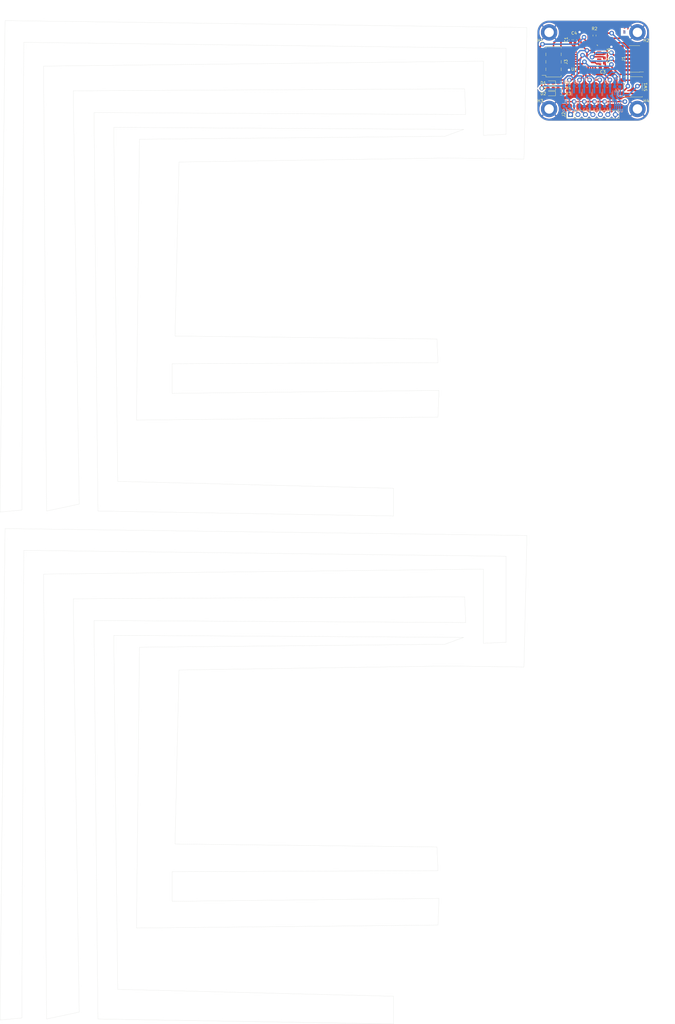
<source format=kicad_pcb>
(kicad_pcb (version 20221018) (generator pcbnew)
  (layers (0 "F.Cu" signal) (31 "B.Cu" signal) (34 "B.Paste" user) (35 "F.Paste" user) (36 "B.SilkS" user "B.Silkscreen") (37 "F.SilkS" user "F.Silkscreen") (38 "B.Mask" user) (39 "F.Mask" user) (44 "Edge.Cuts" user))
  (net 0 "")
  (net 1 "+5V-v2-")
  (net 2 "GND-v2-")
  (net 3 "+3.3V-v2-")
  (net 4 "Net-(D1-K)-v2-")
  (net 6 "Net-(D3-K)-v2-")
  (net 7 "Status_LED-v2-")
  (net 8 "Data_Clock_SNES-v2-")
  (net 9 "Data_Latch_SNES-v2-")
  (net 10 "Net-(D2-K)-v2-")
  (net 11 "Serial_Data1_SNES-v2-")
  (net 12 "Serial_Data2_SNES-v2-")
  (net 13 "SPI_Chip_Select-v2-")
  (net 14 "Chip_Enable-v2-")
  (net 15 "SPI_Digital_Input-v2-")
  (net 16 "SPI_Clock-v2-")
  (net 17 "SPI_Digital_Output-v2-")
  (net 18 "IOBit_SNES-v2-")
  (net 19 "Data_Clock_STM32-v2-")
  (net 20 "Data_Latch_STM32-v2-")
  (net 21 "Appairing_Btn-v2-")
  (net 22 "Net-(U2-BP)-v2-")
  (net 23 "SWDIO-v2-")
  (net 24 "SWDCK-v2-")
  (net 27 "NRST-v2-")
  (net 28 "USART2_RX-v2-")
  (net 29 "USART2_TX-v2-")
  (net 30 "Serial_Data1_STM32-v2-")
  (net 31 "IOBit_STM32-v2-")
  (net 32 "Serial_Data2_STM32-v2-")
  (footprint "Diode_SMD:D_0603_1608Metric_Pad1.05x0.95mm_HandSolder" (layer "F.Cu") (at 188.26875 22.45 180)
    (fp_text reference "D1")
    (fp_text value "LED_Small")
  )
  (footprint "MountingHole:MountingHole_3.2mm_M3_DIN965_Pad" (layer "F.Cu") (at 187.75 31.25)
    (fp_text reference "H3")
    (fp_text value "MountingHole_Pad")
  )
  (footprint "Resistor_SMD:R_0603_1608Metric_Pad0.98x0.95mm_HandSolder" (layer "F.Cu") (at 191.76875 24.25)
    (fp_text reference "R4")
    (fp_text value "1k")
  )
  (footprint "Package_QFP:LQFP-32_7x7mm_P0.8mm" (layer "F.Cu") (at 200.6 13.15 180)
    (fp_text reference "U1")
    (fp_text value "STM32L412KBTx")
  )
  (footprint "Resistor_SMD:R_0603_1608Metric_Pad0.98x0.95mm_HandSolder" (layer "F.Cu") (at 191.76875 26.05)
    (fp_text reference "R3")
    (fp_text value "1k")
  )
  (footprint "Capacitor_SMD:C_0603_1608Metric_Pad1.08x0.95mm_HandSolder" (layer "F.Cu") (at 206.51 14.8025 90)
    (fp_text reference "C2")
    (fp_text value "100n")
  )
  (footprint "Capacitor_SMD:C_0603_1608Metric_Pad1.08x0.95mm_HandSolder" (layer "F.Cu") (at 195.05 7.75 90)
    (fp_text reference "C1")
    (fp_text value "10u")
  )
  (footprint "Diode_SMD:D_0603_1608Metric_Pad1.05x0.95mm_HandSolder" (layer "F.Cu") (at 188.26875 24.25 180)
    (fp_text reference "D3")
    (fp_text value "LED")
  )
  (footprint "Button_Switch_SMD:SW_SPST_B3S-1000" (layer "F.Cu") (at 216.25 23.75 180)
    (fp_text reference "SW1")
    (fp_text value "SW_SPST")
  )
  (footprint "Diode_SMD:D_0603_1608Metric_Pad1.05x0.95mm_HandSolder" (layer "F.Cu") (at 188.26875 26.05 180)
    (fp_text reference "D2")
    (fp_text value "LED_Small")
  )
  (footprint "Resistor_SMD:R_0603_1608Metric_Pad0.98x0.95mm_HandSolder" (layer "F.Cu") (at 191.76875 22.45)
    (fp_text reference "R1")
    (fp_text value "1k")
  )
  (footprint "Capacitor_SMD:C_0603_1608Metric_Pad1.08x0.95mm_HandSolder" (layer "F.Cu") (at 206.0025 17.19)
    (fp_text reference "C3")
    (fp_text value "100n")
  )
  (footprint "Connector_PinHeader_2.54mm:PinHeader_1x07_P2.54mm_Vertical" (layer "F.Cu") (at 195 33.15 90)
    (fp_text reference "J2")
    (fp_text value "Conn_01x07_Socket")
  )
  (footprint "Connector_PinSocket_2.54mm:PinSocket_2x04_P2.54mm_Vertical_SMD" (layer "F.Cu") (at 189.25 15.25 180)
    (fp_text reference "J3")
    (fp_text value "Conn_01x08_Socket")
  )
  (footprint "MountingHole:MountingHole_3.2mm_M3_DIN965_Pad" (layer "F.Cu") (at 217.75 31.25)
    (fp_text reference "H4")
    (fp_text value "MountingHole_Pad")
  )
  (footprint "Resistor_SMD:R_0603_1608Metric_Pad0.98x0.95mm_HandSolder" (layer "F.Cu") (at 203.17 6.32 90)
    (fp_text reference "R2")
    (fp_text value "10k")
  )
  (footprint "Capacitor_SMD:C_0603_1608Metric_Pad1.08x0.95mm_HandSolder" (layer "F.Cu") (at 206.51 11.5 90)
    (fp_text reference "C5")
    (fp_text value "100n")
  )
  (footprint "Connector_PinHeader_1.27mm:PinHeader_2x07_P1.27mm_Vertical_SMD" (layer "F.Cu") (at 216.75 14.25 180)
    (fp_text reference "J1")
    (fp_text value "Conn_02x07_Odd_Even")
  )
  (footprint "MountingHole:MountingHole_3.2mm_M3_DIN965_Pad" (layer "F.Cu") (at 187.75 5.25)
    (fp_text reference "H1")
    (fp_text value "MountingHole_Pad")
  )
  (footprint "MountingHole:MountingHole_3.2mm_M3_DIN965_Pad" (layer "F.Cu") (at 217.75 5.25)
    (fp_text reference "H2")
    (fp_text value "MountingHole_Pad")
  )
  (footprint "Capacitor_SMD:C_0603_1608Metric_Pad1.08x0.95mm_HandSolder" (layer "F.Cu") (at 196.55 7.75 90)
    (fp_text reference "C4")
    (fp_text value "100n")
  )
  (footprint "Package_TO_SOT_SMD:SOT-23" (layer "B.Cu") (at 197.15 26.15 -90)
    (fp_text reference "Q2")
    (fp_text value "2N7002")
  )
  (footprint "Resistor_SMD:R_0603_1608Metric_Pad0.98x0.95mm_HandSolder" (layer "B.Cu") (at 200.6 30.35)
    (fp_text reference "R12")
    (fp_text value "10k")
  )
  (footprint "Resistor_SMD:R_0603_1608Metric_Pad0.98x0.95mm_HandSolder" (layer "B.Cu") (at 200.6 23.45)
    (fp_text reference "R7")
    (fp_text value "10k")
  )
  (footprint "Resistor_SMD:R_0603_1608Metric_Pad0.98x0.95mm_HandSolder" (layer "B.Cu") (at 197.15 30.35)
    (fp_text reference "R11")
    (fp_text value "10k")
  )
  (footprint "Resistor_SMD:R_0603_1608Metric_Pad0.98x0.95mm_HandSolder" (layer "B.Cu") (at 207.5 30.35)
    (fp_text reference "R14")
    (fp_text value "10k")
  )
  (footprint "Package_SO:MSOP-8_3x3mm_P0.65mm" (layer "B.Cu") (at 211.0125 27.9 -90)
    (fp_text reference "U2")
    (fp_text value "MIC5219-3.3YMM")
  )
  (footprint "Resistor_SMD:R_0603_1608Metric_Pad0.98x0.95mm_HandSolder" (layer "B.Cu") (at 204.05 23.45)
    (fp_text reference "R8")
    (fp_text value "10k")
  )
  (footprint "Package_TO_SOT_SMD:SOT-23" (layer "B.Cu") (at 193.7 26.15 -90)
    (fp_text reference "Q1")
    (fp_text value "2N7002")
  )
  (footprint "Package_TO_SOT_SMD:SOT-23" (layer "B.Cu") (at 204.05 26.15 -90)
    (fp_text reference "Q4")
    (fp_text value "2N7002")
  )
  (footprint "Resistor_SMD:R_0603_1608Metric_Pad0.98x0.95mm_HandSolder" (layer "B.Cu") (at 193.7 30.35)
    (fp_text reference "R10")
    (fp_text value "10k")
  )
  (footprint "Resistor_SMD:R_0603_1608Metric_Pad0.98x0.95mm_HandSolder" (layer "B.Cu") (at 207.5 23.45)
    (fp_text reference "R9")
    (fp_text value "10k")
  )
  (footprint "Capacitor_SMD:C_0603_1608Metric_Pad1.08x0.95mm_HandSolder" (layer "B.Cu") (at 210.9 23.7 180)
    (fp_text reference "C6")
    (fp_text value "470p")
  )
  (footprint "Resistor_SMD:R_0603_1608Metric_Pad0.98x0.95mm_HandSolder" (layer "B.Cu") (at 193.7 23.45)
    (fp_text reference "R5")
    (fp_text value "10k")
  )
  (footprint "Capacitor_SMD:C_0603_1608Metric_Pad1.08x0.95mm_HandSolder" (layer "B.Cu") (at 210.9 22.2 180)
    (fp_text reference "C7")
    (fp_text value "2.2u")
  )
  (footprint "Package_TO_SOT_SMD:SOT-23" (layer "B.Cu") (at 207.5 26.15 -90)
    (fp_text reference "Q5")
    (fp_text value "2N7002")
  )
  (footprint "Resistor_SMD:R_0603_1608Metric_Pad0.98x0.95mm_HandSolder" (layer "B.Cu") (at 197.15 23.45)
    (fp_text reference "R6")
    (fp_text value "10k")
  )
  (footprint "Package_TO_SOT_SMD:SOT-23" (layer "B.Cu") (at 200.6 26.15 -90)
    (fp_text reference "Q3")
    (fp_text value "2N7002")
  )
  (footprint "Resistor_SMD:R_0603_1608Metric_Pad0.98x0.95mm_HandSolder" (layer "B.Cu") (at 204.05 30.35)
    (fp_text reference "R13")
    (fp_text value "10k")
  )
  (gr_arc (start 183.75 5.25) (mid 184.921573 2.421573) (end 187.75 1.25) (stroke (width 0.1)) (layer "Edge.Cuts"))
  (gr_line (start 165.439937 15.01989) (end 16.029937 16.69989) (stroke (width 0.05)) (layer "Edge.Cuts"))
  (gr_line (start 173.159937 10.64989) (end 173.159937 39.85989) (stroke (width 0.05)) (layer "Edge.Cuts"))
  (gr_line (start 47.589937 136.89989) (end 149.999937 135.88989) (stroke (width 0.05)) (layer "Edge.Cuts"))
  (gr_line (start 173.159937 212.35989) (end 165.439937 212.69989) (stroke (width 0.05)) (layer "Edge.Cuts"))
  (gr_line (start 60.679937 280.85989) (end 62.029937 221.76989) (stroke (width 0.05)) (layer "Edge.Cuts"))
  (gr_line (start 28.119937 165.43989) (end 26.099937 25.08989) (stroke (width 0.05)) (layer "Edge.Cuts"))
  (gr_line (start 41.209937 157.71989) (end 39.869937 37.50989) (stroke (width 0.05)) (layer "Edge.Cuts"))
  (gr_line (start 60.679937 108.35989) (end 62.029937 49.26989) (stroke (width 0.05)) (layer "Edge.Cuts"))
  (gr_line (start 16.029937 16.69989) (end 17.039937 167.78989) (stroke (width 0.05)) (layer "Edge.Cuts"))
  (gr_line (start 153.019937 47.91989) (end 179.209937 48.25989) (stroke (width 0.05)) (layer "Edge.Cuts"))
  (gr_line (start 149.659937 109.36989) (end 60.679937 108.35989) (stroke (width 0.05)) (layer "Edge.Cuts"))
  (gr_line (start 48.599937 214.03989) (end 47.589937 309.39989) (stroke (width 0.05)) (layer "Edge.Cuts"))
  (gr_line (start 2.929937 173.74989) (end 1.249937 340.62989) (stroke (width 0.05)) (layer "Edge.Cuts"))
  (gr_line (start 159.399937 33.14989) (end 33.149937 32.47989) (stroke (width 0.05)) (layer "Edge.Cuts"))
  (gr_line (start 62.029937 221.76989) (end 153.019937 220.41989) (stroke (width 0.05)) (layer "Edge.Cuts"))
  (gr_line (start 28.119937 337.93989) (end 26.099937 197.58989) (stroke (width 0.05)) (layer "Edge.Cuts"))
  (gr_line (start 159.059937 24.41989) (end 159.399937 33.14989) (stroke (width 0.05)) (layer "Edge.Cuts"))
  (gr_line (start 26.099937 197.58989) (end 159.059937 196.91989) (stroke (width 0.05)) (layer "Edge.Cuts"))
  (gr_line (start 134.889937 341.96989) (end 134.889937 332.56989) (stroke (width 0.05)) (layer "Edge.Cuts"))
  (gr_line (start 173.159937 39.85989) (end 165.439937 40.19989) (stroke (width 0.05)) (layer "Edge.Cuts"))
  (gr_line (start 179.209937 48.25989) (end 180.219937 3.59989) (stroke (width 0.05)) (layer "Edge.Cuts"))
  (gr_line (start 180.219937 3.59989) (end 2.929937 1.24989) (stroke (width 0.05)) (layer "Edge.Cuts"))
  (gr_arc (start 217.75 1.25) (mid 220.578427 2.421573) (end 221.75 5.25) (stroke (width 0.1)) (layer "Edge.Cuts"))
  (gr_line (start 59.679937 117.75989) (end 149.999937 117.42989) (stroke (width 0.05)) (layer "Edge.Cuts"))
  (gr_arc (start 221.75 31.25) (mid 220.578427 34.078427) (end 217.75 35.25) (stroke (width 0.1)) (layer "Edge.Cuts"))
  (gr_line (start 134.889937 332.56989) (end 41.209937 330.21989) (stroke (width 0.05)) (layer "Edge.Cuts"))
  (gr_line (start 1.249937 168.12989) (end 8.639937 167.44989) (stroke (width 0.05)) (layer "Edge.Cuts"))
  (gr_line (start 221.75 5.25) (end 221.75 31.25) (stroke (width 0.1)) (layer "Edge.Cuts"))
  (gr_line (start 149.999937 289.92989) (end 149.659937 281.86989) (stroke (width 0.05)) (layer "Edge.Cuts"))
  (gr_line (start 134.889937 169.46989) (end 134.889937 160.06989) (stroke (width 0.05)) (layer "Edge.Cuts"))
  (gr_line (start 17.039937 167.78989) (end 28.119937 165.43989) (stroke (width 0.05)) (layer "Edge.Cuts"))
  (gr_line (start 179.209937 220.75989) (end 180.219937 176.09989) (stroke (width 0.05)) (layer "Edge.Cuts"))
  (gr_line (start 39.869937 37.50989) (end 158.729937 38.18989) (stroke (width 0.05)) (layer "Edge.Cuts"))
  (gr_line (start 149.999937 308.38989) (end 150.329937 299.32989) (stroke (width 0.05)) (layer "Edge.Cuts"))
  (gr_line (start 159.059937 196.91989) (end 159.399937 205.64989) (stroke (width 0.05)) (layer "Edge.Cuts"))
  (gr_line (start 180.219937 176.09989) (end 2.929937 173.74989) (stroke (width 0.05)) (layer "Edge.Cuts"))
  (gr_line (start 62.029937 49.26989) (end 153.019937 47.91989) (stroke (width 0.05)) (layer "Edge.Cuts"))
  (gr_line (start 59.679937 127.82989) (end 59.679937 117.75989) (stroke (width 0.05)) (layer "Edge.Cuts"))
  (gr_line (start 150.329937 126.82989) (end 59.679937 127.82989) (stroke (width 0.05)) (layer "Edge.Cuts"))
  (gr_line (start 165.439937 40.19989) (end 165.439937 15.01989) (stroke (width 0.05)) (layer "Edge.Cuts"))
  (gr_line (start 152.349937 40.53989) (end 48.599937 41.53989) (stroke (width 0.05)) (layer "Edge.Cuts"))
  (gr_line (start 158.729937 210.68989) (end 152.349937 213.03989) (stroke (width 0.05)) (layer "Edge.Cuts"))
  (gr_line (start 48.599937 41.53989) (end 47.589937 136.89989) (stroke (width 0.05)) (layer "Edge.Cuts"))
  (gr_line (start 34.489937 340.28989) (end 134.889937 341.96989) (stroke (width 0.05)) (layer "Edge.Cuts"))
  (gr_line (start 158.729937 38.18989) (end 152.349937 40.53989) (stroke (width 0.05)) (layer "Edge.Cuts"))
  (gr_line (start 183.75 31.25) (end 183.75 5.25) (stroke (width 0.1)) (layer "Edge.Cuts"))
  (gr_line (start 41.209937 330.21989) (end 39.869937 210.00989) (stroke (width 0.05)) (layer "Edge.Cuts"))
  (gr_line (start 47.589937 309.39989) (end 149.999937 308.38989) (stroke (width 0.05)) (layer "Edge.Cuts"))
  (gr_line (start 150.329937 299.32989) (end 59.679937 300.32989) (stroke (width 0.05)) (layer "Edge.Cuts"))
  (gr_line (start 149.999937 117.42989) (end 149.659937 109.36989) (stroke (width 0.05)) (layer "Edge.Cuts"))
  (gr_line (start 165.439937 187.51989) (end 16.029937 189.19989) (stroke (width 0.05)) (layer "Edge.Cuts"))
  (gr_line (start 9.309937 8.63989) (end 173.159937 10.64989) (stroke (width 0.05)) (layer "Edge.Cuts"))
  (gr_line (start 26.099937 25.08989) (end 159.059937 24.41989) (stroke (width 0.05)) (layer "Edge.Cuts"))
  (gr_line (start 165.439937 212.69989) (end 165.439937 187.51989) (stroke (width 0.05)) (layer "Edge.Cuts"))
  (gr_line (start 217.75 35.25) (end 187.75 35.25) (stroke (width 0.1)) (layer "Edge.Cuts"))
  (gr_line (start 187.75 1.25) (end 217.75 1.25) (stroke (width 0.1)) (layer "Edge.Cuts"))
  (gr_line (start 17.039937 340.28989) (end 28.119937 337.93989) (stroke (width 0.05)) (layer "Edge.Cuts"))
  (gr_line (start 16.029937 189.19989) (end 17.039937 340.28989) (stroke (width 0.05)) (layer "Edge.Cuts"))
  (gr_arc (start 187.75 35.25) (mid 184.921573 34.078427) (end 183.75 31.25) (stroke (width 0.1)) (layer "Edge.Cuts"))
  (gr_line (start 149.659937 281.86989) (end 60.679937 280.85989) (stroke (width 0.05)) (layer "Edge.Cuts"))
  (gr_line (start 149.999937 135.88989) (end 150.329937 126.82989) (stroke (width 0.05)) (layer "Edge.Cuts"))
  (gr_line (start 39.869937 210.00989) (end 158.729937 210.68989) (stroke (width 0.05)) (layer "Edge.Cuts"))
  (gr_line (start 1.249937 340.62989) (end 8.639937 339.94989) (stroke (width 0.05)) (layer "Edge.Cuts"))
  (gr_line (start 152.349937 213.03989) (end 48.599937 214.03989) (stroke (width 0.05)) (layer "Edge.Cuts"))
  (gr_line (start 173.159937 183.14989) (end 173.159937 212.35989) (stroke (width 0.05)) (layer "Edge.Cuts"))
  (gr_line (start 2.929937 1.24989) (end 1.249937 168.12989) (stroke (width 0.05)) (layer "Edge.Cuts"))
  (gr_line (start 33.149937 204.97989) (end 34.489937 340.28989) (stroke (width 0.05)) (layer "Edge.Cuts"))
  (gr_line (start 59.679937 290.25989) (end 149.999937 289.92989) (stroke (width 0.05)) (layer "Edge.Cuts"))
  (gr_line (start 8.639937 339.94989) (end 9.309937 181.13989) (stroke (width 0.05)) (layer "Edge.Cuts"))
  (gr_line (start 159.399937 205.64989) (end 33.149937 204.97989) (stroke (width 0.05)) (layer "Edge.Cuts"))
  (gr_line (start 134.889937 160.06989) (end 41.209937 157.71989) (stroke (width 0.05)) (layer "Edge.Cuts"))
  (gr_line (start 34.489937 167.78989) (end 134.889937 169.46989) (stroke (width 0.05)) (layer "Edge.Cuts"))
  (gr_line (start 153.019937 220.41989) (end 179.209937 220.75989) (stroke (width 0.05)) (layer "Edge.Cuts"))
  (gr_line (start 59.679937 300.32989) (end 59.679937 290.25989) (stroke (width 0.05)) (layer "Edge.Cuts"))
  (gr_line (start 8.639937 167.44989) (end 9.309937 8.63989) (stroke (width 0.05)) (layer "Edge.Cuts"))
  (gr_line (start 33.149937 32.47989) (end 34.489937 167.78989) (stroke (width 0.05)) (layer "Edge.Cuts"))
  (gr_line (start 9.309937 181.13989) (end 173.159937 183.14989) (stroke (width 0.05)) (layer "Edge.Cuts"))
  (gr_text "T" (at 212.75 5.75) (layer "F.Cu") (effects (font (size 1 1)) (justify left bottom)))
  (gr_text "SNES Plug" (at 205.75 3.75) (layer "F.Cu") (effects (font (size 1 1)) (justify left bottom)))
  (gr_text "B" (at 212.75 5.75) (layer "B.Cu") (effects (font (size 1 1)) (justify left bottom)))
  (segment (start 188.809189 27.5) (end 190.25 27.5) (width 0.5) (layer "F.Cu") (net 1))
  (segment (start 187.39375 26.05) (end 187.39375 26.084561) (width 0.5) (layer "F.Cu") (net 1))
  (segment (start 190.25 27.5) (end 191.5 28.75) (width 0.5) (layer "F.Cu") (net 1))
  (segment (start 203.1375 28.75) (end 206.5875 28.75) (width 0.5) (layer "F.Cu") (net 1))
  (segment (start 196.2375 28.75) (end 199.6875 28.75) (width 0.3) (layer "F.Cu") (net 1))
  (segment (start 191.5 28.75) (end 196.2375 28.75) (width 0.5) (layer "F.Cu") (net 1))
  (segment (start 203.1375 28.75) (end 199.6875 28.75) (width 0.5) (layer "F.Cu") (net 1))
  (segment (start 196.2375 28.75) (end 196.2375 31.9125) (width 0.5) (layer "F.Cu") (net 1))
  (segment (start 187.39375 26.084561) (end 188.809189 27.5) (width 0.5) (layer "F.Cu") (net 1))
  (segment (start 206.5875 28.75) (end 213.5 28.75) (width 0.5) (layer "F.Cu") (net 1))
  (segment (start 196.2375 31.9125) (end 195 33.15) (width 0.5) (layer "F.Cu") (net 1))
  (via (at 206.5875 28.75) (size 1.6) (drill 0.8) (layers "F.Cu" "B.Cu") (net 1))
  (via (at 203.1375 28.75) (size 1.6) (drill 0.8) (layers "F.Cu" "B.Cu") (net 1))
  (via (at 196.2375 28.75) (size 1.6) (drill 0.8) (layers "F.Cu" "B.Cu") (net 1))
  (via (at 213.5 28.75) (size 1.6) (drill 0.8) (layers "F.Cu" "B.Cu") (net 1))
  (via (at 199.6875 28.75) (size 1.6) (drill 0.8) (layers "F.Cu" "B.Cu") (net 1))
  (segment (start 195 32.5625) (end 192.7875 30.35) (width 0.5) (layer "B.Cu") (net 1))
  (segment (start 213.5 28.75) (end 213.4 28.65) (width 0.5) (layer "B.Cu") (net 1))
  (segment (start 213.4 28.65) (end 212.106739 28.65) (width 0.5) (layer "B.Cu") (net 1))
  (segment (start 203.1375 28.75) (end 203.1375 30.35) (width 0.5) (layer "B.Cu") (net 1))
  (segment (start 210.6875 25.7875) (end 210.6875 27.230761) (width 0.3) (layer "B.Cu") (net 1))
  (segment (start 199.6875 28.75) (end 199.6875 30.35) (width 0.5) (layer "B.Cu") (net 1))
  (segment (start 195 33.15) (end 195 32.5625) (width 0.5) (layer "B.Cu") (net 1))
  (segment (start 206.5875 28.75) (end 206.5875 30.35) (width 0.5) (layer "B.Cu") (net 1))
  (segment (start 212.106739 28.65) (end 210.6875 27.230761) (width 0.5) (layer "B.Cu") (net 1))
  (segment (start 196.2375 30.35) (end 196.2375 28.75) (width 0.5) (layer "B.Cu") (net 1))
  (segment (start 206.51 15.665) (end 206.51 15.591193) (width 0.5) (layer "F.Cu") (net 2))
  (segment (start 203.4 17.325) (end 204.29 18.215) (width 0.5) (layer "F.Cu") (net 2))
  (segment (start 204.29 18.215) (end 205.84 18.215) (width 0.5) (layer "F.Cu") (net 2))
  (segment (start 196.55 6.7) (end 198.1 5.15) (width 0.5) (layer "F.Cu") (net 2))
  (segment (start 208.899189 10.15) (end 208.411689 10.6375) (width 0.5) (layer "F.Cu") (net 2))
  (segment (start 196.55 6.8875) (end 196.55 6.7) (width 0.5) (layer "F.Cu") (net 2))
  (segment (start 195.05 6.8875) (end 196.55 6.8875) (width 0.5) (layer "F.Cu") (net 2))
  (segment (start 208.411689 10.6375) (end 206.51 10.6375) (width 0.5) (layer "F.Cu") (net 2))
  (segment (start 206.51 15.591193) (end 207.535 14.566193) (width 0.5) (layer "F.Cu") (net 2))
  (segment (start 193.44 19.06) (end 191.77 19.06) (width 0.5) (layer "F.Cu") (net 2))
  (segment (start 207.535 14.566193) (end 207.535 11.6625) (width 0.5) (layer "F.Cu") (net 2))
  (segment (start 206.865 16.02) (end 206.51 15.665) (width 0.5) (layer "F.Cu") (net 2))
  (segment (start 205.84 18.215) (end 206.865 17.19) (width 0.5) (layer "F.Cu") (net 2))
  (segment (start 194.5 18) (end 193.44 19.06) (width 0.5) (layer "F.Cu") (net 2))
  (segment (start 207.535 11.6625) (end 206.51 10.6375) (width 0.5) (layer "F.Cu") (net 2))
  (segment (start 206.865 17.19) (end 206.865 16.02) (width 0.5) (layer "F.Cu") (net 2))
  (segment (start 198.1 5.15) (end 197.8 5.45) (width 0.5) (layer "F.Cu") (net 2))
  (segment (start 197.8 5.45) (end 197.8 8.975) (width 0.5) (layer "F.Cu") (net 2))
  (via (at 194.5 18) (size 1.6) (drill 0.8) (layers "F.Cu" "B.Cu") (net 2))
  (via (at 210.0375 20.15) (size 1.6) (drill 0.8) (layers "F.Cu" "B.Cu") (net 2))
  (via (at 198.1 5.15) (size 1.6) (drill 0.8) (layers "F.Cu" "B.Cu") (net 2))
  (via (at 208.899189 10.15) (size 1.6) (drill 0.8) (layers "F.Cu" "B.Cu") (net 2))
  (segment (start 210.0375 22.2) (end 210.0375 23.7) (width 0.5) (layer "B.Cu") (net 2))
  (segment (start 210.0375 22.2) (end 210.0375 20.15) (width 0.5) (layer "B.Cu") (net 2))
  (segment (start 206.15 10.15) (end 201.15 5.15) (width 0.5) (layer "B.Cu") (net 2))
  (segment (start 208.899189 10.15) (end 206.15 10.15) (width 0.5) (layer "B.Cu") (net 2))
  (segment (start 201.15 5.15) (end 198.1 5.15) (width 0.5) (layer "B.Cu") (net 2))
  (segment (start 210.0375 20.1875) (end 210 20.15) (width 0.5) (layer "B.Cu") (net 2))
  (segment (start 206.1225 12.75) (end 204.775 12.75) (width 0.5) (layer "F.Cu") (net 3))
  (segment (start 203.870406 15.95) (end 203.420406 15.5) (width 0.5) (layer "F.Cu") (net 3))
  (segment (start 195.05 8.975) (end 196.425 10.35) (width 0.5) (layer "F.Cu") (net 3))
  (segment (start 218.7 16.79) (end 220.4 16.79) (width 0.5) (layer "F.Cu") (net 3))
  (segment (start 203.420406 15.5) (end 202.290811 15.5) (width 0.5) (layer "F.Cu") (net 3))
  (segment (start 205.14 17.19) (end 205.14 16.315) (width 0.5) (layer "F.Cu") (net 3))
  (segment (start 206.51 12.3625) (end 206.1225 12.75) (width 0.5) (layer "F.Cu") (net 3))
  (segment (start 212.275 21.5) (end 220.225 21.5) (width 0.5) (layer "F.Cu") (net 3))
  (segment (start 218.225 23.5) (end 220.225 21.5) (width 0.5) (layer "F.Cu") (net 3))
  (segment (start 196.425 8.7375) (end 196.55 8.6125) (width 0.5) (layer "F.Cu") (net 3))
  (segment (start 202.290811 15.5) (end 200.6 13.809189) (width 0.5) (layer "F.Cu") (net 3))
  (segment (start 203.75 12.75) (end 202.4 11.4) (width 0.5) (layer "F.Cu") (net 3))
  (segment (start 200.6 13.809189) (end 200.6 11.4) (width 0.5) (layer "F.Cu") (net 3))
  (segment (start 220.4 16.79) (end 220.75 17.14) (width 0.5) (layer "F.Cu") (net 3))
  (segment (start 220.225 21.5) (end 220.75 20.975) (width 0.5) (layer "F.Cu") (net 3))
  (segment (start 195.05 8.6125) (end 195.05 8.975) (width 0.5) (layer "F.Cu") (net 3))
  (segment (start 202.4 11.4) (end 200.6 11.4) (width 0.5) (layer "F.Cu") (net 3))
  (segment (start 185.25 20.54) (end 186.73 19.06) (width 0.5) (layer "F.Cu") (net 3))
  (segment (start 185.25 24.25) (end 185.25 20.54) (width 0.5) (layer "F.Cu") (net 3))
  (segment (start 204.775 12.75) (end 203.75 12.75) (width 0.5) (layer "F.Cu") (net 3))
  (segment (start 217.75 23.5) (end 218.225 23.5) (width 0.5) (layer "F.Cu") (net 3))
  (segment (start 205.14 16.315) (end 204.775 15.95) (width 0.5) (layer "F.Cu") (net 3))
  (segment (start 204.775 15.95) (end 203.870406 15.95) (width 0.5) (layer "F.Cu") (net 3))
  (segment (start 199.55 10.35) (end 196.425 10.35) (width 0.5) (layer "F.Cu") (net 3))
  (segment (start 196.425 10.35) (end 196.425 8.7375) (width 0.5) (layer "F.Cu") (net 3))
  (segment (start 187.39375 24.25) (end 185.25 24.25) (width 0.5) (layer "F.Cu") (net 3))
  (segment (start 200.6 11.4) (end 199.55 10.35) (width 0.5) (layer "F.Cu") (net 3))
  (segment (start 220.75 20.975) (end 220.75 17.14) (width 0.5) (layer "F.Cu") (net 3))
  (via (at 185.25 24.25) (size 1.6) (drill 0.8) (layers "F.Cu" "B.Cu") (net 3))
  (via (at 217.75 23.5) (size 1.6) (drill 0.8) (layers "F.Cu" "B.Cu") (net 3))
  (via (at 200.6 11.4) (size 1.6) (drill 0.8) (layers "F.Cu" "B.Cu") (net 3))
  (segment (start 195.171689 20.05) (end 196.2375 21.115811) (width 0.5) (layer "B.Cu") (net 3))
  (segment (start 210.596689 18.8) (end 208.903311 18.8) (width 0.5) (layer "B.Cu") (net 3))
  (segment (start 197.303311 20.05) (end 196.2375 21.115811) (width 0.5) (layer "B.Cu") (net 3))
  (segment (start 212.356739 27.15) (end 211.759683 27.15) (width 0.5) (layer "B.Cu") (net 3))
  (segment (start 206.5875 23.45) (end 206.5875 21.115811) (width 0.5) (layer "B.Cu") (net 3))
  (segment (start 203.1 25.2125) (end 203.1 23.4875) (width 0.5) (layer "B.Cu") (net 3))
  (segment (start 203.1375 21.115811) (end 203.1375 23.45) (width 0.5) (layer "B.Cu") (net 3))
  (segment (start 203.1 23.4875) (end 203.1375 23.45) (width 0.5) (layer "B.Cu") (net 3))
  (segment (start 211.3375 26.727817) (end 211.759683 27.15) (width 0.3) (layer "B.Cu") (net 3))
  (segment (start 186.05 23.45) (end 192.7875 23.45) (width 0.5) (layer "B.Cu") (net 3))
  (segment (start 206.5875 21.115811) (end 205.521689 20.05) (width 0.5) (layer "B.Cu") (net 3))
  (segment (start 211.7625 22.2) (end 211.7625 19.965811) (width 0.5) (layer "B.Cu") (net 3))
  (segment (start 211.3375 25.7875) (end 211.3375 26.727817) (width 0.3) (layer "B.Cu") (net 3))
  (segment (start 204.203311 20.05) (end 203.1375 21.115811) (width 0.5) (layer "B.Cu") (net 3))
  (segment (start 202.071689 20.05) (end 203.1375 21.115811) (width 0.5) (layer "B.Cu") (net 3))
  (segment (start 196.2 25.2125) (end 196.2 23.4875) (width 0.5) (layer "B.Cu") (net 3))
  (segment (start 211.7625 19.965811) (end 210.596689 18.8) (width 0.5) (layer "B.Cu") (net 3))
  (segment (start 196.2375 21.115811) (end 196.2375 23.45) (width 0.5) (layer "B.Cu") (net 3))
  (segment (start 198.621689 20.05) (end 197.303311 20.05) (width 0.5) (layer "B.Cu") (net 3))
  (segment (start 199.6875 21.115811) (end 200.753311 20.05) (width 0.5) (layer "B.Cu") (net 3))
  (segment (start 185.25 24.25) (end 186.05 23.45) (width 0.5) (layer "B.Cu") (net 3))
  (segment (start 199.6875 23.45) (end 199.6875 21.115811) (width 0.5) (layer "B.Cu") (net 3))
  (segment (start 198.35 11.4) (end 197.303311 12.446689) (width 0.5) (layer "B.Cu") (net 3))
  (segment (start 194.053311 20.05) (end 195.171689 20.05) (width 0.5) (layer "B.Cu") (net 3))
  (segment (start 199.65 23.4875) (end 199.6875 23.45) (width 0.5) (layer "B.Cu") (net 3))
  (segment (start 213 26.506739) (end 212.356739 27.15) (width 0.5) (layer "B.Cu") (net 3))
  (segment (start 206.55 23.4875) (end 206.5875 23.45) (width 0.5) (layer "B.Cu") (net 3))
  (segment (start 214.743261 26.506739) (end 213 26.506739) (width 0.5) (layer "B.Cu") (net 3))
  (segment (start 192.7875 23.45) (end 192.7875 21.315811) (width 0.5) (layer "B.Cu") (net 3))
  (segment (start 192.75 25.2125) (end 192.75 23.4875) (width 0.5) (layer "B.Cu") (net 3))
  (segment (start 212.45 22.2) (end 211.7625 22.2) (width 0.5) (layer "B.Cu") (net 3))
  (segment (start 200.753311 20.05) (end 202.071689 20.05) (width 0.5) (layer "B.Cu") (net 3))
  (segment (start 205.521689 20.05) (end 204.203311 20.05) (width 0.5) (layer "B.Cu") (net 3))
  (segment (start 213 26.506739) (end 213 22.75) (width 0.5) (layer "B.Cu") (net 3))
  (segment (start 197.303311 12.446689) (end 197.303311 20.05) (width 0.5) (layer "B.Cu") (net 3))
  (segment (start 192.75 23.4875) (end 192.7875 23.45) (width 0.5) (layer "B.Cu") (net 3))
  (segment (start 206.55 25.2125) (end 206.55 23.4875) (width 0.5) (layer "B.Cu") (net 3))
  (segment (start 214.743261 26.506739) (end 217.75 23.5) (width 0.5) (layer "B.Cu") (net 3))
  (segment (start 208.903311 18.8) (end 206.5875 21.115811) (width 0.5) (layer "B.Cu") (net 3))
  (segment (start 213 22.75) (end 212.45 22.2) (width 0.5) (layer "B.Cu") (net 3))
  (segment (start 200.6 11.4) (end 198.35 11.4) (width 0.5) (layer "B.Cu") (net 3))
  (segment (start 196.2 23.4875) (end 196.2375 23.45) (width 0.5) (layer "B.Cu") (net 3))
  (segment (start 199.6875 21.115811) (end 198.621689 20.05) (width 0.5) (layer "B.Cu") (net 3))
  (segment (start 192.7875 21.315811) (end 194.053311 20.05) (width 0.5) (layer "B.Cu") (net 3))
  (segment (start 199.65 25.2125) (end 199.65 23.4875) (width 0.5) (layer "B.Cu") (net 3))
  (segment (start 190.85625 22.45) (end 189.14375 22.45) (width 0.5) (layer "F.Cu") (net 4))
  (segment (start 190.85625 24.25) (end 189.14375 24.25) (width 0.5) (layer "F.Cu") (net 6))
  (segment (start 195.125 20) (end 197.8 17.325) (width 0.5) (layer "F.Cu") (net 7))
  (segment (start 192.575 21.425) (end 194 20) (width 0.5) (layer "F.Cu") (net 7))
  (segment (start 194 20) (end 195.125 20) (width 0.5) (layer "F.Cu") (net 7))
  (segment (start 188.41875 21.425) (end 192.575 21.425) (width 0.5) (layer "F.Cu") (net 7))
  (segment (start 187.39375 22.45) (end 188.41875 21.425) (width 0.5) (layer "F.Cu") (net 7))
  (segment (start 196.0125 31.75) (end 194.6125 30.35) (width 0.5) (layer "B.Cu") (net 8))
  (segment (start 194.6125 30.35) (end 194.6125 28) (width 0.5) (layer "B.Cu") (net 8))
  (segment (start 197.54 32.54) (end 196.75 31.75) (width 0.5) (layer "B.Cu") (net 8))
  (segment (start 196.75 31.75) (end 196.0125 31.75) (width 0.5) (layer "B.Cu") (net 8))
  (segment (start 194.6125 28) (end 193.7 27.0875) (width 0.5) (layer "B.Cu") (net 8))
  (segment (start 197.54 33.15) (end 197.54 32.54) (width 0.5) (layer "B.Cu") (net 8))
  (segment (start 198.0625 31.2125) (end 200 33.15) (width 0.5) (layer "B.Cu") (net 9))
  (segment (start 198.0625 30.35) (end 198.0625 31.2125) (width 0.5) (layer "B.Cu") (net 9))
  (segment (start 198.0625 30.35) (end 198.0625 28) (width 0.5) (layer "B.Cu") (net 9))
  (segment (start 198.0625 28) (end 197.15 27.0875) (width 0.5) (layer "B.Cu") (net 9))
  (segment (start 189.14375 26.05) (end 190.85625 26.05) (width 0.5) (layer "F.Cu") (net 10))
  (segment (start 201.5125 28) (end 200.6 27.0875) (width 0.5) (layer "B.Cu") (net 11))
  (segment (start 201.5125 30.35) (end 201.5125 28) (width 0.5) (layer "B.Cu") (net 11))
  (segment (start 201.5125 30.35) (end 201.5125 32.1625) (width 0.5) (layer "B.Cu") (net 11))
  (segment (start 201.5125 32.1625) (end 202.5 33.15) (width 0.5) (layer "B.Cu") (net 11))
  (segment (start 204.9625 30.35) (end 204.9625 33.1125) (width 0.5) (layer "B.Cu") (net 12))
  (segment (start 204.9625 33.1125) (end 205 33.15) (width 0.5) (layer "B.Cu") (net 12))
  (segment (start 204.9625 30.35) (end 204.9625 28) (width 0.5) (layer "B.Cu") (net 12))
  (segment (start 204.9625 28) (end 204.05 27.0875) (width 0.5) (layer "B.Cu") (net 12))
  (segment (start 196.425 11.15) (end 194.85 11.15) (width 0.5) (layer "F.Cu") (net 13))
  (segment (start 194.85 11.15) (end 194 12) (width 0.5) (layer "F.Cu") (net 13))
  (segment (start 194 12) (end 194 14.75) (width 0.5) (layer "F.Cu") (net 13))
  (segment (start 193.5 15.25) (end 188 15.25) (width 0.5) (layer "F.Cu") (net 13))
  (segment (start 188 15.25) (end 186.73 16.52) (width 0.5) (layer "F.Cu") (net 13))
  (segment (start 194 14.75) (end 193.5 15.25) (width 0.5) (layer "F.Cu") (net 13))
  (segment (start 195.125 12.345406) (end 195.520406 11.95) (width 0.5) (layer "F.Cu") (net 14))
  (segment (start 191.77 16.52) (end 194.23 16.52) (width 0.5) (layer "F.Cu") (net 14))
  (segment (start 194.23 16.52) (end 195.125 15.625) (width 0.5) (layer "F.Cu") (net 14))
  (segment (start 195.125 15.625) (end 195.125 12.345406) (width 0.5) (layer "F.Cu") (net 14))
  (segment (start 195.520406 11.95) (end 196.425 11.95) (width 0.5) (layer "F.Cu") (net 14))
  (segment (start 191.77 11.44) (end 191.77 8.516307) (width 0.5) (layer "F.Cu") (net 15))
  (segment (start 191.77 8.516307) (end 196.486307 3.8) (width 0.5) (layer "F.Cu") (net 15))
  (segment (start 201 6) (end 201 8.975) (width 0.5) (layer "F.Cu") (net 15))
  (segment (start 198.8 3.8) (end 201 6) (width 0.5) (layer "F.Cu") (net 15))
  (segment (start 196.486307 3.8) (end 198.8 3.8) (width 0.5) (layer "F.Cu") (net 15))
  (segment (start 199.75 2.5) (end 201.8 4.55) (width 0.5) (layer "F.Cu") (net 16))
  (segment (start 195.75 2.5) (end 199.75 2.5) (width 0.5) (layer "F.Cu") (net 16))
  (segment (start 201.8 4.55) (end 201.8 8.975) (width 0.5) (layer "F.Cu") (net 16))
  (segment (start 189.25 9) (end 195.75 2.5) (width 0.5) (layer "F.Cu") (net 16))
  (segment (start 189.25 12.46) (end 189.25 9) (width 0.5) (layer "F.Cu") (net 16))
  (segment (start 191.77 13.98) (end 190.77 13.98) (width 0.5) (layer "F.Cu") (net 16))
  (segment (start 190.77 13.98) (end 189.25 12.46) (width 0.5) (layer "F.Cu") (net 16))
  (segment (start 199.6 7.470406) (end 200.2 8.070406) (width 0.5) (layer "F.Cu") (net 17))
  (segment (start 186.73 13.98) (end 185.73 13.98) (width 0.5) (layer "F.Cu") (net 17))
  (segment (start 200.2 8.070406) (end 200.2 8.975) (width 0.5) (layer "F.Cu") (net 17))
  (segment (start 185.73 13.98) (end 184.68 12.93) (width 0.5) (layer "F.Cu") (net 17))
  (segment (start 199.6 6.9) (end 199.6 7.470406) (width 0.5) (layer "F.Cu") (net 17))
  (segment (start 184.68 10.07) (end 185.5 9.25) (width 0.5) (layer "F.Cu") (net 17))
  (segment (start 184.68 12.93) (end 184.68 10.07) (width 0.5) (layer "F.Cu") (net 17))
  (via (at 185.5 9.25) (size 1.6) (drill 0.8) (layers "F.Cu" "B.Cu") (net 17))
  (via (at 199.6 6.9) (size 1.6) (drill 0.8) (layers "F.Cu" "B.Cu") (net 17))
  (segment (start 185.5 9.25) (end 197.25 9.25) (width 0.5) (layer "B.Cu") (net 17))
  (segment (start 197.25 9.25) (end 199.6 6.9) (width 0.5) (layer "B.Cu") (net 17))
  (segment (start 208.4125 28) (end 207.5 27.0875) (width 0.5) (layer "B.Cu") (net 18))
  (segment (start 208.4125 30.35) (end 208.4125 28) (width 0.5) (layer "B.Cu") (net 18))
  (segment (start 208.4125 32.2375) (end 207.5 33.15) (width 0.5) (layer "B.Cu") (net 18))
  (segment (start 208.4125 30.35) (end 208.4125 32.2375) (width 0.5) (layer "B.Cu") (net 18))
  (segment (start 194.6125 21.4) (end 195.429594 21.4) (width 0.5) (layer "F.Cu") (net 19))
  (segment (start 198.6 18.229594) (end 198.6 17.325) (width 0.5) (layer "F.Cu") (net 19))
  (segment (start 195.429594 21.4) (end 198.6 18.229594) (width 0.5) (layer "F.Cu") (net 19))
  (via (at 194.6125 21.4) (size 1.6) (drill 0.8) (layers "F.Cu" "B.Cu") (net 19))
  (segment (start 194.65 23.4875) (end 194.6125 23.45) (width 0.5) (layer "B.Cu") (net 19))
  (segment (start 194.6125 23.45) (end 194.6125 21.4) (width 0.5) (layer "B.Cu") (net 19))
  (segment (start 194.65 25.2125) (end 194.65 23.4875) (width 0.5) (layer "B.Cu") (net 19))
  (segment (start 199.4 20.0625) (end 199.4 17.325) (width 0.5) (layer "F.Cu") (net 20))
  (segment (start 198.0625 21.4) (end 199.4 20.0625) (width 0.5) (layer "F.Cu") (net 20))
  (via (at 198.0625 21.4) (size 1.6) (drill 0.8) (layers "F.Cu" "B.Cu") (net 20))
  (segment (start 198.0625 23.45) (end 198.0625 21.4) (width 0.5) (layer "B.Cu") (net 20))
  (segment (start 198.1 25.2125) (end 198.1 23.4875) (width 0.5) (layer "B.Cu") (net 20))
  (segment (start 198.1 23.4875) (end 198.0625 23.45) (width 0.5) (layer "B.Cu") (net 20))
  (segment (start 202.6 7.8025) (end 203.17 7.2325) (width 0.5) (layer "F.Cu") (net 21))
  (segment (start 214.5 23.5) (end 214.5 23.75) (width 0.5) (layer "F.Cu") (net 21))
  (segment (start 220.225 26) (end 212.275 26) (width 0.5) (layer "F.Cu") (net 21))
  (segment (start 212.275 25.975) (end 212.275 26) (width 0.5) (layer "F.Cu") (net 21))
  (segment (start 204.9025 5.5) (end 203.17 7.2325) (width 0.5) (layer "F.Cu") (net 21))
  (segment (start 202.6 8.975) (end 202.6 7.8025) (width 0.5) (layer "F.Cu") (net 21))
  (segment (start 214.5 23.75) (end 212.275 25.975) (width 0.5) (layer "F.Cu") (net 21))
  (segment (start 209 5.5) (end 204.9025 5.5) (width 0.5) (layer "F.Cu") (net 21))
  (via (at 209 5.5) (size 1.6) (drill 0.8) (layers "F.Cu" "B.Cu") (net 21))
  (via (at 214.5 23.5) (size 1.6) (drill 0.8) (layers "F.Cu" "B.Cu") (net 21))
  (segment (start 214.5 23.5) (end 214.5 11) (width 0.5) (layer "B.Cu") (net 21))
  (segment (start 214.5 11) (end 209 5.5) (width 0.5) (layer "B.Cu") (net 21))
  (segment (start 211.9875 23.925) (end 211.7625 23.7) (width 0.3) (layer "B.Cu") (net 22))
  (segment (start 211.9875 25.7875) (end 211.9875 23.925) (width 0.3) (layer "B.Cu") (net 22))
  (segment (start 196.425 15.15) (end 197.329594 15.15) (width 0.5) (layer "F.Cu") (net 23))
  (segment (start 214.8 18.06) (end 212.809189 18.06) (width 0.5) (layer "F.Cu") (net 23))
  (segment (start 197.329594 15.15) (end 199.1 13.379594) (width 0.5) (layer "F.Cu") (net 23))
  (segment (start 199.1 13.379594) (end 199.1 13) (width 0.5) (layer "F.Cu") (net 23))
  (segment (start 212.809189 18.06) (end 208.899189 14.15) (width 0.5) (layer "F.Cu") (net 23))
  (via (at 199.1 13) (size 1.6) (drill 0.8) (layers "F.Cu" "B.Cu") (net 23))
  (via (at 208.899189 14.15) (size 1.6) (drill 0.8) (layers "F.Cu" "B.Cu") (net 23))
  (segment (start 199.1 13) (end 199.75 13) (width 0.5) (layer "B.Cu") (net 23))
  (segment (start 201.75 15) (end 208.049189 15) (width 0.5) (layer "B.Cu") (net 23))
  (segment (start 199.75 13) (end 201.75 15) (width 0.5) (layer "B.Cu") (net 23))
  (segment (start 208.049189 15) (end 208.899189 14.15) (width 0.5) (layer "B.Cu") (net 23))
  (segment (start 199.05 15.95) (end 196.425 15.95) (width 0.5) (layer "F.Cu") (net 24))
  (segment (start 211.5 19.5) (end 208.899189 16.899189) (width 0.5) (layer "F.Cu") (net 24))
  (segment (start 218.7 18.06) (end 217.87 18.06) (width 0.5) (layer "F.Cu") (net 24))
  (segment (start 199.75 15.25) (end 199.05 15.95) (width 0.5) (layer "F.Cu") (net 24))
  (segment (start 208.899189 16.899189) (end 208.899189 16.15) (width 0.5) (layer "F.Cu") (net 24))
  (segment (start 217.87 18.06) (end 216.43 19.5) (width 0.5) (layer "F.Cu") (net 24))
  (segment (start 216.43 19.5) (end 211.5 19.5) (width 0.5) (layer "F.Cu") (net 24))
  (via (at 199.75 15.25) (size 1.6) (drill 0.8) (layers "F.Cu" "B.Cu") (net 24))
  (via (at 208.899189 16.15) (size 1.6) (drill 0.8) (layers "F.Cu" "B.Cu") (net 24))
  (segment (start 199.75 15.25) (end 201.25 16.75) (width 0.5) (layer "B.Cu") (net 24))
  (segment (start 201.25 16.75) (end 208.299189 16.75) (width 0.5) (layer "B.Cu") (net 24))
  (segment (start 208.299189 16.75) (end 208.899189 16.15) (width 0.5) (layer "B.Cu") (net 24))
  (segment (start 204.775 13.55) (end 202.45 13.55) (width 0.5) (layer "F.Cu") (net 27))
  (segment (start 209.729189 12.98) (end 208.899189 12.15) (width 0.5) (layer "F.Cu") (net 27))
  (segment (start 202.45 13.55) (end 202.35 13.65) (width 0.5) (layer "F.Cu") (net 27))
  (segment (start 206.12 13.55) (end 204.775 13.55) (width 0.5) (layer "F.Cu") (net 27))
  (segment (start 214.8 12.98) (end 209.729189 12.98) (width 0.5) (layer "F.Cu") (net 27))
  (segment (start 206.51 13.94) (end 206.12 13.55) (width 0.5) (layer "F.Cu") (net 27))
  (via (at 208.899189 12.15) (size 1.6) (drill 0.8) (layers "F.Cu" "B.Cu") (net 27))
  (via (at 202.35 13.65) (size 1.6) (drill 0.8) (layers "F.Cu" "B.Cu") (net 27))
  (segment (start 203.85 12.15) (end 202.35 13.65) (width 0.5) (layer "B.Cu") (net 27))
  (segment (start 208.899189 12.15) (end 203.85 12.15) (width 0.5) (layer "B.Cu") (net 27))
  (segment (start 214.28 7.25) (end 216.75 9.72) (width 0.5) (layer "F.Cu") (net 28))
  (segment (start 205.125 7.25) (end 214.28 7.25) (width 0.5) (layer "F.Cu") (net 28))
  (segment (start 203.4 8.975) (end 205.125 7.25) (width 0.5) (layer "F.Cu") (net 28))
  (segment (start 216.75 11.25) (end 216.29 11.71) (width 0.5) (layer "F.Cu") (net 28))
  (segment (start 216.75 9.72) (end 216.75 11.25) (width 0.5) (layer "F.Cu") (net 28))
  (segment (start 216.29 11.71) (end 214.8 11.71) (width 0.5) (layer "F.Cu") (net 28))
  (segment (start 206.325 8.8) (end 204.775 10.35) (width 0.5) (layer "F.Cu") (net 29))
  (segment (start 214.8 10.44) (end 213.16 8.8) (width 0.5) (layer "F.Cu") (net 29))
  (segment (start 213.16 8.8) (end 206.325 8.8) (width 0.5) (layer "F.Cu") (net 29))
  (segment (start 200.2 20.0875) (end 201.5125 21.4) (width 0.5) (layer "F.Cu") (net 30))
  (segment (start 200.2 17.325) (end 200.2 20.0875) (width 0.5) (layer "F.Cu") (net 30))
  (via (at 201.5125 21.4) (size 1.6) (drill 0.8) (layers "F.Cu" "B.Cu") (net 30))
  (segment (start 201.55 25.2125) (end 201.55 23.4875) (width 0.5) (layer "B.Cu") (net 30))
  (segment (start 201.5125 23.45) (end 201.5125 21.4) (width 0.5) (layer "B.Cu") (net 30))
  (segment (start 201.55 23.4875) (end 201.5125 23.45) (width 0.5) (layer "B.Cu") (net 30))
  (segment (start 208.4125 21.4) (end 206.5625 19.55) (width 0.5) (layer "F.Cu") (net 31))
  (segment (start 206.5625 19.55) (end 202.789036 19.55) (width 0.5) (layer "F.Cu") (net 31))
  (segment (start 201.8 18.560964) (end 201.8 17.325) (width 0.5) (layer "F.Cu") (net 31))
  (segment (start 202.789036 19.55) (end 201.8 18.560964) (width 0.5) (layer "F.Cu") (net 31))
  (via (at 208.4125 21.4) (size 1.6) (drill 0.8) (layers "F.Cu" "B.Cu") (net 31))
  (segment (start 208.4125 23.45) (end 208.4125 21.4) (width 0.5) (layer "B.Cu") (net 31))
  (segment (start 208.45 25.2125) (end 208.45 23.4875) (width 0.5) (layer "B.Cu") (net 31))
  (segment (start 208.45 23.4875) (end 208.4125 23.45) (width 0.5) (layer "B.Cu") (net 31))
  (segment (start 204.9625 21.4) (end 203.421689 21.4) (width 0.5) (layer "F.Cu") (net 32))
  (segment (start 203.421689 21.4) (end 201 18.978311) (width 0.5) (layer "F.Cu") (net 32))
  (segment (start 201 18.978311) (end 201 17.325) (width 0.5) (layer "F.Cu") (net 32))
  (via (at 204.9625 21.4) (size 1.6) (drill 0.8) (layers "F.Cu" "B.Cu") (net 32))
  (segment (start 205 25.2125) (end 205 23.4875) (width 0.5) (layer "B.Cu") (net 32))
  (segment (start 204.9625 23.45) (end 204.9625 21.4) (width 0.5) (layer "B.Cu") (net 32))
  (segment (start 205 23.4875) (end 204.9625 23.45) (width 0.5) (layer "B.Cu") (net 32))
  (zone (net 2) (net_name "GND-v2-") (layer "F.Cu") (connect_pads (clearance 0.5)) (min_thickness 0.25) (fill yes (thermal_gap 0.5) (thermal_bridge_width 0.5))
    (polygon (pts (xy 183.75 1.25) (xy 221.75 1.25) (xy 221.75 35.25) (xy 183.75 35.25)))
  )
  (zone (net 2) (net_name "GND-v2-") (layer "B.Cu") (priority 1) (connect_pads (clearance 0.5)) (min_thickness 0.25) (fill yes (thermal_gap 0.5) (thermal_bridge_width 0.5))
    (polygon (pts (xy 183.75 1.25) (xy 221.75 1.25) (xy 221.75 35.25) (xy 183.75 35.25)))
  )
)
</source>
